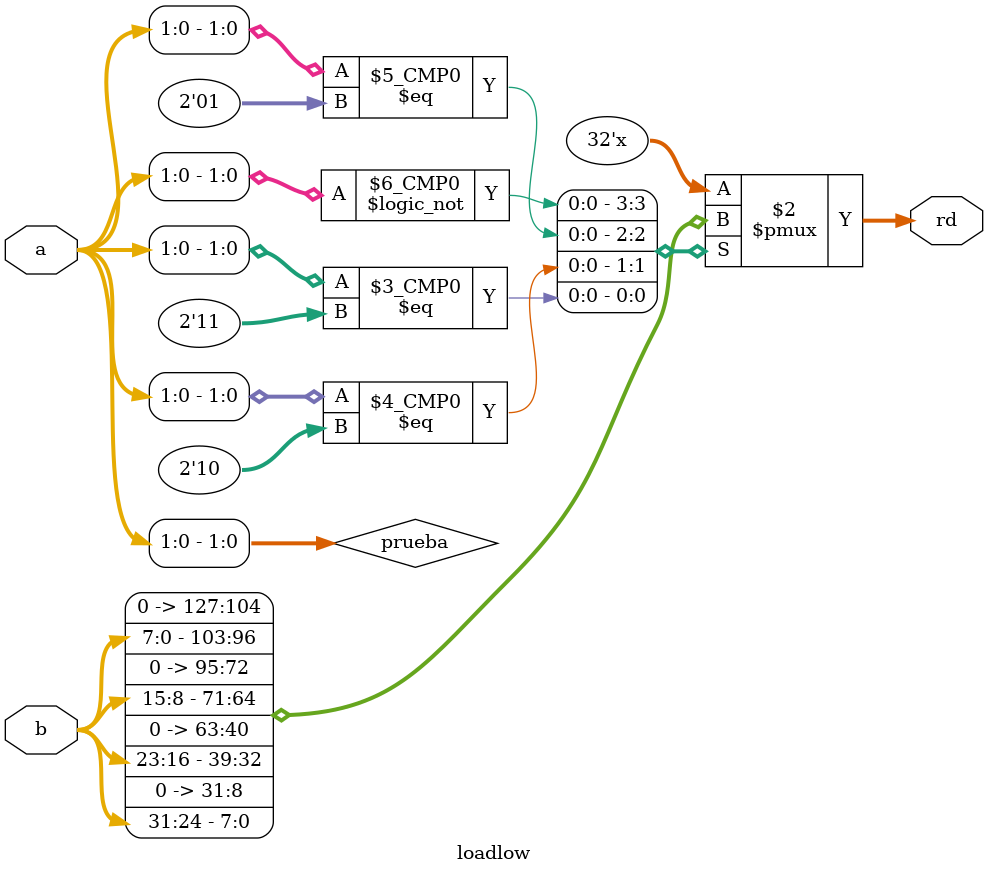
<source format=v>
module loadlow ( a, b, rd); 
input wire [31:0] a; 
input wire [31:0] b; 
output reg [31:0] rd; 
wire [1:0] prueba; 

assign prueba = a[1:0]; 
always @(*) begin 
case(a[1:0]) 
2'b00: rd = b[7:0]; 
2'b01: rd = b[15:8]; 
2'b10: rd = b[23:16]; 
2'b11: rd = b[31:24]; 
endcase 
end 
endmodule
</source>
